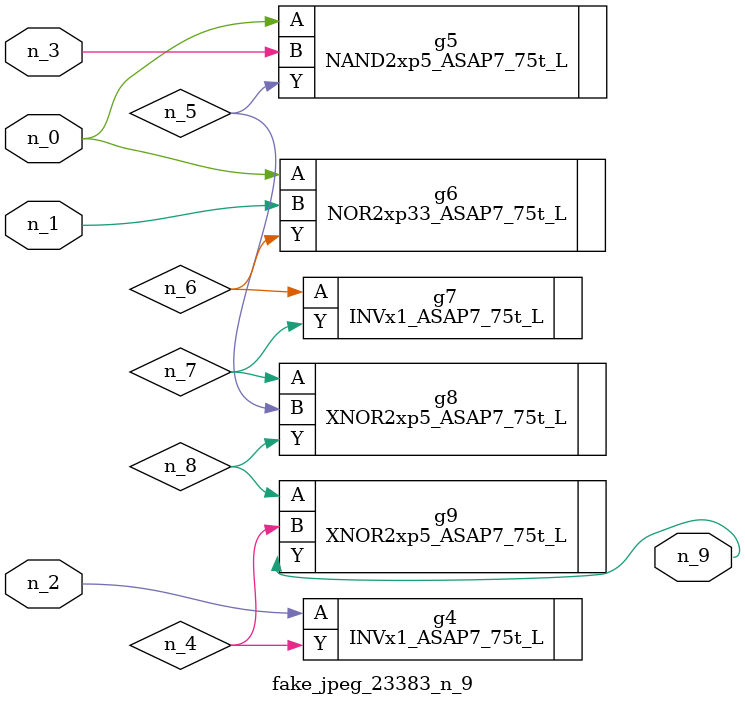
<source format=v>
module fake_jpeg_23383_n_9 (n_0, n_3, n_2, n_1, n_9);

input n_0;
input n_3;
input n_2;
input n_1;

output n_9;

wire n_4;
wire n_8;
wire n_6;
wire n_5;
wire n_7;

INVx1_ASAP7_75t_L g4 ( 
.A(n_2),
.Y(n_4)
);

NAND2xp5_ASAP7_75t_L g5 ( 
.A(n_0),
.B(n_3),
.Y(n_5)
);

NOR2xp33_ASAP7_75t_L g6 ( 
.A(n_0),
.B(n_1),
.Y(n_6)
);

INVx1_ASAP7_75t_L g7 ( 
.A(n_6),
.Y(n_7)
);

XNOR2xp5_ASAP7_75t_L g8 ( 
.A(n_7),
.B(n_5),
.Y(n_8)
);

XNOR2xp5_ASAP7_75t_L g9 ( 
.A(n_8),
.B(n_4),
.Y(n_9)
);


endmodule
</source>
